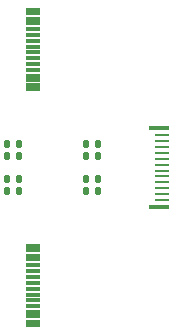
<source format=gbr>
%TF.GenerationSoftware,KiCad,Pcbnew,5.99.0-unknown-5f1e9bc8a7~129~ubuntu20.04.1*%
%TF.CreationDate,2021-06-14T18:11:25+08:00*%
%TF.ProjectId,M5Pi-TYPE-C,4d355069-2d54-4595-9045-2d432e6b6963,rev?*%
%TF.SameCoordinates,Original*%
%TF.FileFunction,Paste,Top*%
%TF.FilePolarity,Positive*%
%FSLAX46Y46*%
G04 Gerber Fmt 4.6, Leading zero omitted, Abs format (unit mm)*
G04 Created by KiCad (PCBNEW 5.99.0-unknown-5f1e9bc8a7~129~ubuntu20.04.1) date 2021-06-14 18:11:25*
%MOMM*%
%LPD*%
G01*
G04 APERTURE LIST*
G04 Aperture macros list*
%AMRoundRect*
0 Rectangle with rounded corners*
0 $1 Rounding radius*
0 $2 $3 $4 $5 $6 $7 $8 $9 X,Y pos of 4 corners*
0 Add a 4 corners polygon primitive as box body*
4,1,4,$2,$3,$4,$5,$6,$7,$8,$9,$2,$3,0*
0 Add four circle primitives for the rounded corners*
1,1,$1+$1,$2,$3*
1,1,$1+$1,$4,$5*
1,1,$1+$1,$6,$7*
1,1,$1+$1,$8,$9*
0 Add four rect primitives between the rounded corners*
20,1,$1+$1,$2,$3,$4,$5,0*
20,1,$1+$1,$4,$5,$6,$7,0*
20,1,$1+$1,$6,$7,$8,$9,0*
20,1,$1+$1,$8,$9,$2,$3,0*%
G04 Aperture macros list end*
%ADD10RoundRect,0.135000X0.135000X0.185000X-0.135000X0.185000X-0.135000X-0.185000X0.135000X-0.185000X0*%
%ADD11RoundRect,0.135000X-0.135000X-0.185000X0.135000X-0.185000X0.135000X0.185000X-0.135000X0.185000X0*%
%ADD12R,1.150000X0.300000*%
%ADD13R,1.200000X0.220000*%
%ADD14R,1.700000X0.400000*%
G04 APERTURE END LIST*
D10*
%TO.C,R4*%
X143510000Y-111000000D03*
X142490000Y-111000000D03*
%TD*%
D11*
%TO.C,R2*%
X149180000Y-113000000D03*
X150200000Y-113000000D03*
%TD*%
D12*
%TO.C,UART1*%
X144670000Y-98650000D03*
X144670000Y-99450000D03*
X144670000Y-100750000D03*
X144670000Y-101750000D03*
X144670000Y-102250000D03*
X144670000Y-103250000D03*
X144670000Y-104550000D03*
X144670000Y-105350000D03*
X144670000Y-105050000D03*
X144670000Y-104250000D03*
X144670000Y-103750000D03*
X144670000Y-102750000D03*
X144670000Y-101250000D03*
X144670000Y-100250000D03*
X144670000Y-99750000D03*
X144670000Y-98950000D03*
%TD*%
D10*
%TO.C,R8*%
X150200000Y-114000000D03*
X149180000Y-114000000D03*
%TD*%
%TO.C,R7*%
X142490000Y-114000000D03*
X143510000Y-114000000D03*
%TD*%
%TO.C,R6*%
X143510000Y-113000000D03*
X142490000Y-113000000D03*
%TD*%
%TO.C,R5*%
X150200000Y-110000000D03*
X149180000Y-110000000D03*
%TD*%
%TO.C,R3*%
X143510000Y-110000000D03*
X142490000Y-110000000D03*
%TD*%
D11*
%TO.C,R1*%
X149180000Y-111000000D03*
X150200000Y-111000000D03*
%TD*%
D12*
%TO.C,OTG1*%
X144670000Y-118650000D03*
X144670000Y-119450000D03*
X144670000Y-120750000D03*
X144670000Y-121750000D03*
X144670000Y-122250000D03*
X144670000Y-123250000D03*
X144670000Y-124550000D03*
X144670000Y-125350000D03*
X144670000Y-125050000D03*
X144670000Y-124250000D03*
X144670000Y-123750000D03*
X144670000Y-122750000D03*
X144670000Y-121250000D03*
X144670000Y-120250000D03*
X144670000Y-119750000D03*
X144670000Y-118950000D03*
%TD*%
D13*
%TO.C,M5Pi-USB1*%
X155600000Y-109250000D03*
X155600000Y-109750000D03*
X155600000Y-110250000D03*
X155600000Y-110750000D03*
X155600000Y-111250000D03*
X155600000Y-111750000D03*
X155600000Y-112250000D03*
X155600000Y-112750000D03*
X155600000Y-113250000D03*
X155600000Y-113750000D03*
X155600000Y-114250000D03*
X155600000Y-114750000D03*
D14*
X155350000Y-115325000D03*
X155350000Y-108675000D03*
%TD*%
M02*

</source>
